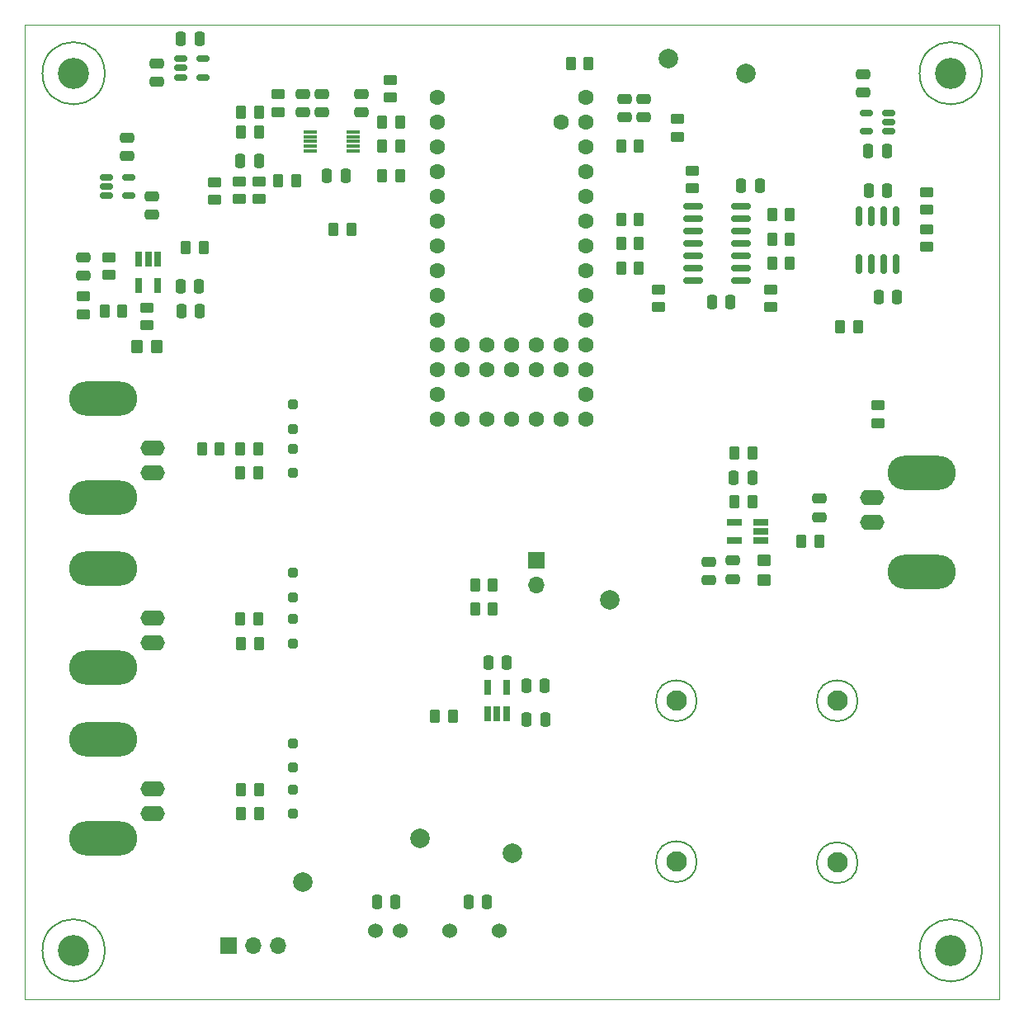
<source format=gts>
G04 #@! TF.GenerationSoftware,KiCad,Pcbnew,7.0.8-7.0.8~ubuntu22.04.1*
G04 #@! TF.CreationDate,2023-10-06T16:41:22-07:00*
G04 #@! TF.ProjectId,feedbackController,66656564-6261-4636-9b43-6f6e74726f6c,rev?*
G04 #@! TF.SameCoordinates,Original*
G04 #@! TF.FileFunction,Soldermask,Top*
G04 #@! TF.FilePolarity,Negative*
%FSLAX46Y46*%
G04 Gerber Fmt 4.6, Leading zero omitted, Abs format (unit mm)*
G04 Created by KiCad (PCBNEW 7.0.8-7.0.8~ubuntu22.04.1) date 2023-10-06 16:41:22*
%MOMM*%
%LPD*%
G01*
G04 APERTURE LIST*
G04 Aperture macros list*
%AMRoundRect*
0 Rectangle with rounded corners*
0 $1 Rounding radius*
0 $2 $3 $4 $5 $6 $7 $8 $9 X,Y pos of 4 corners*
0 Add a 4 corners polygon primitive as box body*
4,1,4,$2,$3,$4,$5,$6,$7,$8,$9,$2,$3,0*
0 Add four circle primitives for the rounded corners*
1,1,$1+$1,$2,$3*
1,1,$1+$1,$4,$5*
1,1,$1+$1,$6,$7*
1,1,$1+$1,$8,$9*
0 Add four rect primitives between the rounded corners*
20,1,$1+$1,$2,$3,$4,$5,0*
20,1,$1+$1,$4,$5,$6,$7,0*
20,1,$1+$1,$6,$7,$8,$9,0*
20,1,$1+$1,$8,$9,$2,$3,0*%
G04 Aperture macros list end*
%ADD10RoundRect,0.250000X0.450000X-0.262500X0.450000X0.262500X-0.450000X0.262500X-0.450000X-0.262500X0*%
%ADD11RoundRect,0.250000X-0.250000X-0.475000X0.250000X-0.475000X0.250000X0.475000X-0.250000X0.475000X0*%
%ADD12RoundRect,0.250000X-0.262500X-0.450000X0.262500X-0.450000X0.262500X0.450000X-0.262500X0.450000X0*%
%ADD13RoundRect,0.250000X-0.475000X0.250000X-0.475000X-0.250000X0.475000X-0.250000X0.475000X0.250000X0*%
%ADD14RoundRect,0.250000X0.262500X0.450000X-0.262500X0.450000X-0.262500X-0.450000X0.262500X-0.450000X0*%
%ADD15RoundRect,0.250000X-0.450000X0.262500X-0.450000X-0.262500X0.450000X-0.262500X0.450000X0.262500X0*%
%ADD16RoundRect,0.250000X0.250000X-0.250000X0.250000X0.250000X-0.250000X0.250000X-0.250000X-0.250000X0*%
%ADD17RoundRect,0.250000X0.475000X-0.250000X0.475000X0.250000X-0.475000X0.250000X-0.475000X-0.250000X0*%
%ADD18R,0.650000X1.560000*%
%ADD19C,2.000000*%
%ADD20RoundRect,0.150000X-0.825000X-0.150000X0.825000X-0.150000X0.825000X0.150000X-0.825000X0.150000X0*%
%ADD21RoundRect,0.250000X0.250000X0.475000X-0.250000X0.475000X-0.250000X-0.475000X0.250000X-0.475000X0*%
%ADD22C,2.100000*%
%ADD23C,3.200000*%
%ADD24RoundRect,0.150000X-0.512500X-0.150000X0.512500X-0.150000X0.512500X0.150000X-0.512500X0.150000X0*%
%ADD25R,1.700000X1.700000*%
%ADD26O,1.700000X1.700000*%
%ADD27RoundRect,0.150000X-0.150000X0.825000X-0.150000X-0.825000X0.150000X-0.825000X0.150000X0.825000X0*%
%ADD28R,1.560000X0.650000*%
%ADD29C,1.524000*%
%ADD30O,2.500000X1.600000*%
%ADD31O,7.000000X3.500000*%
%ADD32RoundRect,0.250000X0.450000X-0.350000X0.450000X0.350000X-0.450000X0.350000X-0.450000X-0.350000X0*%
%ADD33R,1.400000X0.300000*%
%ADD34RoundRect,0.250000X0.350000X0.450000X-0.350000X0.450000X-0.350000X-0.450000X0.350000X-0.450000X0*%
%ADD35RoundRect,0.150000X0.512500X0.150000X-0.512500X0.150000X-0.512500X-0.150000X0.512500X-0.150000X0*%
%ADD36C,1.600000*%
%ADD37C,0.150000*%
G04 #@! TA.AperFunction,Profile*
%ADD38C,0.100000*%
G04 #@! TD*
G04 APERTURE END LIST*
D10*
X115000000Y-79000000D03*
X115000000Y-77175000D03*
D11*
X101450000Y-117850000D03*
X103350000Y-117850000D03*
D12*
X72087500Y-93500000D03*
X73912500Y-93500000D03*
D13*
X78500000Y-57100000D03*
X78500000Y-59000000D03*
D11*
X66050000Y-79385380D03*
X67950000Y-79385380D03*
D14*
X113000000Y-75000000D03*
X111175000Y-75000000D03*
D12*
X72175000Y-128500000D03*
X74000000Y-128500000D03*
D15*
X74000000Y-66087500D03*
X74000000Y-67912500D03*
D16*
X77500000Y-91500000D03*
X77500000Y-89000000D03*
D17*
X84500000Y-59000000D03*
X84500000Y-57100000D03*
D18*
X97500000Y-120700000D03*
X98450000Y-120700000D03*
X99400000Y-120700000D03*
X99400000Y-118000000D03*
X97500000Y-118000000D03*
D14*
X128500000Y-72000000D03*
X126675000Y-72000000D03*
X77825000Y-66000000D03*
X76000000Y-66000000D03*
X128500000Y-69500000D03*
X126675000Y-69500000D03*
D17*
X131500000Y-100560000D03*
X131500000Y-98660000D03*
D18*
X63600000Y-74085380D03*
X62650000Y-74085380D03*
X61700000Y-74085380D03*
X61700000Y-76785380D03*
X63600000Y-76785380D03*
D13*
X63000000Y-67600000D03*
X63000000Y-69500000D03*
D19*
X124000000Y-55000000D03*
D20*
X118525000Y-68690000D03*
X118525000Y-69960000D03*
X118525000Y-71230000D03*
X118525000Y-72500000D03*
X118525000Y-73770000D03*
X118525000Y-75040000D03*
X118525000Y-76310000D03*
X123475000Y-76310000D03*
X123475000Y-75040000D03*
X123475000Y-73770000D03*
X123475000Y-72500000D03*
X123475000Y-71230000D03*
X123475000Y-69960000D03*
X123475000Y-68690000D03*
D14*
X135500000Y-81000000D03*
X133675000Y-81000000D03*
D12*
X66500000Y-72885380D03*
X68325000Y-72885380D03*
D21*
X138500000Y-67000000D03*
X136600000Y-67000000D03*
D14*
X113000000Y-70000000D03*
X111175000Y-70000000D03*
D15*
X62500000Y-79045380D03*
X62500000Y-80870380D03*
D14*
X83500000Y-71000000D03*
X81675000Y-71000000D03*
D22*
X133350000Y-119380000D03*
D17*
X63500000Y-55900000D03*
X63500000Y-54000000D03*
D10*
X58587500Y-75710380D03*
X58587500Y-73885380D03*
D14*
X124650000Y-94000000D03*
X122825000Y-94000000D03*
D11*
X72100000Y-64000000D03*
X74000000Y-64000000D03*
D23*
X145000000Y-55000000D03*
D21*
X97400000Y-140000000D03*
X95500000Y-140000000D03*
D14*
X73912500Y-96000000D03*
X72087500Y-96000000D03*
D16*
X77500000Y-126250000D03*
X77500000Y-123750000D03*
D11*
X122750000Y-96500000D03*
X124650000Y-96500000D03*
D12*
X129675000Y-103000000D03*
X131500000Y-103000000D03*
D23*
X55000000Y-55000000D03*
D24*
X66000000Y-53500000D03*
X66000000Y-54450000D03*
X66000000Y-55400000D03*
X68275000Y-55400000D03*
X68275000Y-53500000D03*
D10*
X56000000Y-79710380D03*
X56000000Y-77885380D03*
X117000000Y-61500000D03*
X117000000Y-59675000D03*
D14*
X128500000Y-74500000D03*
X126675000Y-74500000D03*
D10*
X87500000Y-57500000D03*
X87500000Y-55675000D03*
D25*
X102500000Y-105000000D03*
D26*
X102500000Y-107540000D03*
D27*
X139380000Y-69660000D03*
X138110000Y-69660000D03*
X136840000Y-69660000D03*
X135570000Y-69660000D03*
X135570000Y-74610000D03*
X136840000Y-74610000D03*
X138110000Y-74610000D03*
X139380000Y-74610000D03*
D28*
X125500000Y-102950000D03*
X125500000Y-102000000D03*
X125500000Y-101050000D03*
X122800000Y-101050000D03*
X122800000Y-102950000D03*
D29*
X86000000Y-143000000D03*
X88540000Y-143000000D03*
X93620000Y-143000000D03*
X98700000Y-143000000D03*
D11*
X86100000Y-140000000D03*
X88000000Y-140000000D03*
D12*
X68175000Y-93500000D03*
X70000000Y-93500000D03*
D14*
X113000000Y-62500000D03*
X111175000Y-62500000D03*
D11*
X101500000Y-121350000D03*
X103400000Y-121350000D03*
D17*
X56000000Y-75785380D03*
X56000000Y-73885380D03*
D13*
X80500000Y-57100000D03*
X80500000Y-59000000D03*
D11*
X123500000Y-66500000D03*
X125400000Y-66500000D03*
D30*
X63080000Y-93420000D03*
D31*
X58000000Y-98500000D03*
D30*
X63080000Y-95960000D03*
D31*
X58000000Y-88340000D03*
D16*
X77500000Y-108750000D03*
X77500000Y-106250000D03*
D32*
X125825000Y-107000000D03*
X125825000Y-105000000D03*
D11*
X81000000Y-65500000D03*
X82900000Y-65500000D03*
D25*
X70920000Y-144500000D03*
D26*
X73460000Y-144500000D03*
X76000000Y-144500000D03*
D19*
X100000000Y-135000000D03*
D21*
X67900000Y-51500000D03*
X66000000Y-51500000D03*
D33*
X79300000Y-61000000D03*
X79300000Y-61500000D03*
X79300000Y-62000000D03*
X79300000Y-62500000D03*
X79300000Y-63000000D03*
X83700000Y-63000000D03*
X83700000Y-62500000D03*
X83700000Y-62000000D03*
X83700000Y-61500000D03*
X83700000Y-61000000D03*
D30*
X63080000Y-128420000D03*
D31*
X58000000Y-133500000D03*
D30*
X63080000Y-130960000D03*
D31*
X58000000Y-123340000D03*
D17*
X136000000Y-57000000D03*
X136000000Y-55100000D03*
D14*
X74000000Y-61000000D03*
X72175000Y-61000000D03*
D22*
X116840000Y-119380000D03*
D14*
X74000000Y-113500000D03*
X72175000Y-113500000D03*
D19*
X116000000Y-53500000D03*
D14*
X93912500Y-121000000D03*
X92087500Y-121000000D03*
D11*
X65950000Y-76885380D03*
X67850000Y-76885380D03*
D30*
X136920000Y-101080000D03*
D31*
X142000000Y-96000000D03*
D30*
X136920000Y-98540000D03*
D31*
X142000000Y-106160000D03*
D14*
X74000000Y-59000000D03*
X72175000Y-59000000D03*
D17*
X60500000Y-63500000D03*
X60500000Y-61600000D03*
D12*
X86675000Y-62500000D03*
X88500000Y-62500000D03*
D19*
X110000000Y-109000000D03*
D10*
X118500000Y-66825000D03*
X118500000Y-65000000D03*
D23*
X145000000Y-145000000D03*
D13*
X122650000Y-105000000D03*
X122650000Y-106900000D03*
D34*
X63500000Y-83045380D03*
X61500000Y-83045380D03*
D14*
X98000000Y-110000000D03*
X96175000Y-110000000D03*
X113000000Y-72500000D03*
X111175000Y-72500000D03*
X74000000Y-131000000D03*
X72175000Y-131000000D03*
D11*
X97550000Y-115500000D03*
X99450000Y-115500000D03*
D23*
X55000000Y-145000000D03*
D12*
X72087500Y-111000000D03*
X73912500Y-111000000D03*
D15*
X69500000Y-66175000D03*
X69500000Y-68000000D03*
D22*
X116840000Y-135890000D03*
D16*
X77500000Y-113500000D03*
X77500000Y-111000000D03*
D15*
X137500000Y-89087500D03*
X137500000Y-90912500D03*
X142500000Y-67175000D03*
X142500000Y-69000000D03*
D35*
X138637500Y-60950000D03*
X138637500Y-60000000D03*
X138637500Y-59050000D03*
X136362500Y-59050000D03*
X136362500Y-60950000D03*
D15*
X126500000Y-77175000D03*
X126500000Y-79000000D03*
D14*
X98000000Y-107500000D03*
X96175000Y-107500000D03*
D12*
X86675000Y-65500000D03*
X88500000Y-65500000D03*
D19*
X90500000Y-133500000D03*
D11*
X120500000Y-78500000D03*
X122400000Y-78500000D03*
D13*
X120150000Y-105100000D03*
X120150000Y-107000000D03*
D22*
X133350000Y-136000000D03*
D10*
X76000000Y-59000000D03*
X76000000Y-57175000D03*
D16*
X77500000Y-131000000D03*
X77500000Y-128500000D03*
D19*
X78500000Y-138000000D03*
D13*
X111500000Y-57600000D03*
X111500000Y-59500000D03*
D15*
X142500000Y-71000000D03*
X142500000Y-72825000D03*
D21*
X139500000Y-78000000D03*
X137600000Y-78000000D03*
D12*
X86675000Y-60000000D03*
X88500000Y-60000000D03*
D30*
X63080000Y-110920000D03*
D31*
X58000000Y-116000000D03*
D30*
X63080000Y-113460000D03*
D31*
X58000000Y-105840000D03*
D16*
X77500000Y-96000000D03*
X77500000Y-93500000D03*
D10*
X72000000Y-67912500D03*
X72000000Y-66087500D03*
D11*
X136550000Y-63000000D03*
X138450000Y-63000000D03*
D36*
X92300000Y-57460000D03*
X92300000Y-60000000D03*
X92300000Y-62540000D03*
X92300000Y-65080000D03*
X92300000Y-67620000D03*
X92300000Y-70160000D03*
X92300000Y-72700000D03*
X92300000Y-75240000D03*
X92300000Y-77780000D03*
X92300000Y-80320000D03*
X92300000Y-82860000D03*
X92300000Y-85400000D03*
X92300000Y-87940000D03*
X92300000Y-90480000D03*
X94840000Y-90480000D03*
X97380000Y-90480000D03*
X99920000Y-90480000D03*
X102460000Y-90480000D03*
X105000000Y-90480000D03*
X107540000Y-90480000D03*
X107540000Y-87940000D03*
X107540000Y-85400000D03*
X107540000Y-82860000D03*
X107540000Y-80320000D03*
X107540000Y-77780000D03*
X107540000Y-75240000D03*
X107540000Y-72700000D03*
X107540000Y-70160000D03*
X107540000Y-67620000D03*
X107540000Y-65080000D03*
X107540000Y-62540000D03*
X107540000Y-60000000D03*
X107540000Y-57460000D03*
X105000000Y-60000000D03*
X105000000Y-85400000D03*
X105000000Y-82860000D03*
X102460000Y-85400000D03*
X102460000Y-82860000D03*
X99920000Y-85400000D03*
X99920000Y-82860000D03*
X97380000Y-85400000D03*
X97380000Y-82860000D03*
X94840000Y-85400000D03*
X94840000Y-82860000D03*
D12*
X122825000Y-99000000D03*
X124650000Y-99000000D03*
D14*
X107825000Y-54000000D03*
X106000000Y-54000000D03*
D13*
X113500000Y-57600000D03*
X113500000Y-59500000D03*
D12*
X58175000Y-79385380D03*
X60000000Y-79385380D03*
D24*
X58362500Y-65650000D03*
X58362500Y-66600000D03*
X58362500Y-67550000D03*
X60637500Y-67550000D03*
X60637500Y-65650000D03*
D37*
X135450000Y-119380000D02*
G75*
G03*
X135450000Y-119380000I-2100000J0D01*
G01*
X148200000Y-55000000D02*
G75*
G03*
X148200000Y-55000000I-3200000J0D01*
G01*
X58200000Y-55000000D02*
G75*
G03*
X58200000Y-55000000I-3200000J0D01*
G01*
X118940000Y-119380000D02*
G75*
G03*
X118940000Y-119380000I-2100000J0D01*
G01*
X148200000Y-145000000D02*
G75*
G03*
X148200000Y-145000000I-3200000J0D01*
G01*
X58200000Y-145000000D02*
G75*
G03*
X58200000Y-145000000I-3200000J0D01*
G01*
X118940000Y-135890000D02*
G75*
G03*
X118940000Y-135890000I-2100000J0D01*
G01*
X135450000Y-136000000D02*
G75*
G03*
X135450000Y-136000000I-2100000J0D01*
G01*
D38*
X150000000Y-50000000D02*
X50000000Y-50000000D01*
X50000000Y-50000000D02*
X50000000Y-150000000D01*
X150000000Y-150000000D02*
X150000000Y-50000000D01*
X50000000Y-150000000D02*
X150000000Y-150000000D01*
M02*

</source>
